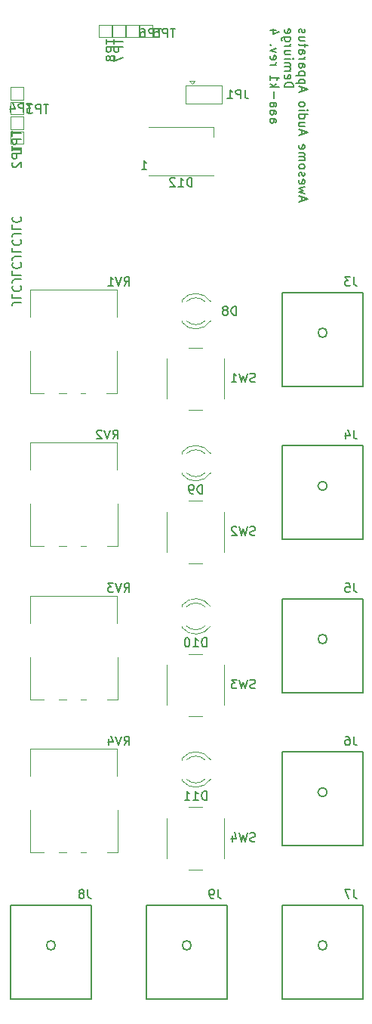
<source format=gbr>
G04 #@! TF.GenerationSoftware,KiCad,Pcbnew,6.0.4+dfsg-1+b1*
G04 #@! TF.CreationDate,2022-05-20T09:30:12+02:00*
G04 #@! TF.ProjectId,demiurge,64656d69-7572-4676-952e-6b696361645f,A*
G04 #@! TF.SameCoordinates,Original*
G04 #@! TF.FileFunction,Legend,Bot*
G04 #@! TF.FilePolarity,Positive*
%FSLAX46Y46*%
G04 Gerber Fmt 4.6, Leading zero omitted, Abs format (unit mm)*
G04 Created by KiCad (PCBNEW 6.0.4+dfsg-1+b1) date 2022-05-20 09:30:12*
%MOMM*%
%LPD*%
G01*
G04 APERTURE LIST*
%ADD10C,0.150000*%
%ADD11C,0.120000*%
G04 APERTURE END LIST*
D10*
X109393333Y-70961071D02*
X109393333Y-70484880D01*
X109107619Y-71056309D02*
X110107619Y-70722976D01*
X109107619Y-70389642D01*
X109774285Y-70151547D02*
X109107619Y-69961071D01*
X109583809Y-69770595D01*
X109107619Y-69580119D01*
X109774285Y-69389642D01*
X109155238Y-68627738D02*
X109107619Y-68722976D01*
X109107619Y-68913452D01*
X109155238Y-69008690D01*
X109250476Y-69056309D01*
X109631428Y-69056309D01*
X109726666Y-69008690D01*
X109774285Y-68913452D01*
X109774285Y-68722976D01*
X109726666Y-68627738D01*
X109631428Y-68580119D01*
X109536190Y-68580119D01*
X109440952Y-69056309D01*
X109155238Y-68199166D02*
X109107619Y-68103928D01*
X109107619Y-67913452D01*
X109155238Y-67818214D01*
X109250476Y-67770595D01*
X109298095Y-67770595D01*
X109393333Y-67818214D01*
X109440952Y-67913452D01*
X109440952Y-68056309D01*
X109488571Y-68151547D01*
X109583809Y-68199166D01*
X109631428Y-68199166D01*
X109726666Y-68151547D01*
X109774285Y-68056309D01*
X109774285Y-67913452D01*
X109726666Y-67818214D01*
X109107619Y-67199166D02*
X109155238Y-67294404D01*
X109202857Y-67342023D01*
X109298095Y-67389642D01*
X109583809Y-67389642D01*
X109679047Y-67342023D01*
X109726666Y-67294404D01*
X109774285Y-67199166D01*
X109774285Y-67056309D01*
X109726666Y-66961071D01*
X109679047Y-66913452D01*
X109583809Y-66865833D01*
X109298095Y-66865833D01*
X109202857Y-66913452D01*
X109155238Y-66961071D01*
X109107619Y-67056309D01*
X109107619Y-67199166D01*
X109107619Y-66437261D02*
X109774285Y-66437261D01*
X109679047Y-66437261D02*
X109726666Y-66389642D01*
X109774285Y-66294404D01*
X109774285Y-66151547D01*
X109726666Y-66056309D01*
X109631428Y-66008690D01*
X109107619Y-66008690D01*
X109631428Y-66008690D02*
X109726666Y-65961071D01*
X109774285Y-65865833D01*
X109774285Y-65722976D01*
X109726666Y-65627738D01*
X109631428Y-65580119D01*
X109107619Y-65580119D01*
X109155238Y-64722976D02*
X109107619Y-64818214D01*
X109107619Y-65008690D01*
X109155238Y-65103928D01*
X109250476Y-65151547D01*
X109631428Y-65151547D01*
X109726666Y-65103928D01*
X109774285Y-65008690D01*
X109774285Y-64818214D01*
X109726666Y-64722976D01*
X109631428Y-64675357D01*
X109536190Y-64675357D01*
X109440952Y-65151547D01*
X109393333Y-63532500D02*
X109393333Y-63056309D01*
X109107619Y-63627738D02*
X110107619Y-63294404D01*
X109107619Y-62961071D01*
X109774285Y-62199166D02*
X109107619Y-62199166D01*
X109774285Y-62627738D02*
X109250476Y-62627738D01*
X109155238Y-62580119D01*
X109107619Y-62484880D01*
X109107619Y-62342023D01*
X109155238Y-62246785D01*
X109202857Y-62199166D01*
X109107619Y-61294404D02*
X110107619Y-61294404D01*
X109155238Y-61294404D02*
X109107619Y-61389642D01*
X109107619Y-61580119D01*
X109155238Y-61675357D01*
X109202857Y-61722976D01*
X109298095Y-61770595D01*
X109583809Y-61770595D01*
X109679047Y-61722976D01*
X109726666Y-61675357D01*
X109774285Y-61580119D01*
X109774285Y-61389642D01*
X109726666Y-61294404D01*
X109107619Y-60818214D02*
X109774285Y-60818214D01*
X110107619Y-60818214D02*
X110060000Y-60865833D01*
X110012380Y-60818214D01*
X110060000Y-60770595D01*
X110107619Y-60818214D01*
X110012380Y-60818214D01*
X109107619Y-60199166D02*
X109155238Y-60294404D01*
X109202857Y-60342023D01*
X109298095Y-60389642D01*
X109583809Y-60389642D01*
X109679047Y-60342023D01*
X109726666Y-60294404D01*
X109774285Y-60199166D01*
X109774285Y-60056309D01*
X109726666Y-59961071D01*
X109679047Y-59913452D01*
X109583809Y-59865833D01*
X109298095Y-59865833D01*
X109202857Y-59913452D01*
X109155238Y-59961071D01*
X109107619Y-60056309D01*
X109107619Y-60199166D01*
X109393333Y-58722976D02*
X109393333Y-58246785D01*
X109107619Y-58818214D02*
X110107619Y-58484880D01*
X109107619Y-58151547D01*
X109774285Y-57818214D02*
X108774285Y-57818214D01*
X109726666Y-57818214D02*
X109774285Y-57722976D01*
X109774285Y-57532500D01*
X109726666Y-57437261D01*
X109679047Y-57389642D01*
X109583809Y-57342023D01*
X109298095Y-57342023D01*
X109202857Y-57389642D01*
X109155238Y-57437261D01*
X109107619Y-57532500D01*
X109107619Y-57722976D01*
X109155238Y-57818214D01*
X109774285Y-56913452D02*
X108774285Y-56913452D01*
X109726666Y-56913452D02*
X109774285Y-56818214D01*
X109774285Y-56627738D01*
X109726666Y-56532500D01*
X109679047Y-56484880D01*
X109583809Y-56437261D01*
X109298095Y-56437261D01*
X109202857Y-56484880D01*
X109155238Y-56532500D01*
X109107619Y-56627738D01*
X109107619Y-56818214D01*
X109155238Y-56913452D01*
X109107619Y-55580119D02*
X109631428Y-55580119D01*
X109726666Y-55627738D01*
X109774285Y-55722976D01*
X109774285Y-55913452D01*
X109726666Y-56008690D01*
X109155238Y-55580119D02*
X109107619Y-55675357D01*
X109107619Y-55913452D01*
X109155238Y-56008690D01*
X109250476Y-56056309D01*
X109345714Y-56056309D01*
X109440952Y-56008690D01*
X109488571Y-55913452D01*
X109488571Y-55675357D01*
X109536190Y-55580119D01*
X109107619Y-55103928D02*
X109774285Y-55103928D01*
X109583809Y-55103928D02*
X109679047Y-55056309D01*
X109726666Y-55008690D01*
X109774285Y-54913452D01*
X109774285Y-54818214D01*
X109107619Y-54056309D02*
X109631428Y-54056309D01*
X109726666Y-54103928D01*
X109774285Y-54199166D01*
X109774285Y-54389642D01*
X109726666Y-54484880D01*
X109155238Y-54056309D02*
X109107619Y-54151547D01*
X109107619Y-54389642D01*
X109155238Y-54484880D01*
X109250476Y-54532500D01*
X109345714Y-54532500D01*
X109440952Y-54484880D01*
X109488571Y-54389642D01*
X109488571Y-54151547D01*
X109536190Y-54056309D01*
X109774285Y-53722976D02*
X109774285Y-53342023D01*
X110107619Y-53580119D02*
X109250476Y-53580119D01*
X109155238Y-53532500D01*
X109107619Y-53437261D01*
X109107619Y-53342023D01*
X109774285Y-52580119D02*
X109107619Y-52580119D01*
X109774285Y-53008690D02*
X109250476Y-53008690D01*
X109155238Y-52961071D01*
X109107619Y-52865833D01*
X109107619Y-52722976D01*
X109155238Y-52627738D01*
X109202857Y-52580119D01*
X109155238Y-52151547D02*
X109107619Y-52056309D01*
X109107619Y-51865833D01*
X109155238Y-51770595D01*
X109250476Y-51722976D01*
X109298095Y-51722976D01*
X109393333Y-51770595D01*
X109440952Y-51865833D01*
X109440952Y-52008690D01*
X109488571Y-52103928D01*
X109583809Y-52151547D01*
X109631428Y-52151547D01*
X109726666Y-52103928D01*
X109774285Y-52008690D01*
X109774285Y-51865833D01*
X109726666Y-51770595D01*
X107497619Y-58246785D02*
X108497619Y-58246785D01*
X108497619Y-58008690D01*
X108450000Y-57865833D01*
X108354761Y-57770595D01*
X108259523Y-57722976D01*
X108069047Y-57675357D01*
X107926190Y-57675357D01*
X107735714Y-57722976D01*
X107640476Y-57770595D01*
X107545238Y-57865833D01*
X107497619Y-58008690D01*
X107497619Y-58246785D01*
X107545238Y-56865833D02*
X107497619Y-56961071D01*
X107497619Y-57151547D01*
X107545238Y-57246785D01*
X107640476Y-57294404D01*
X108021428Y-57294404D01*
X108116666Y-57246785D01*
X108164285Y-57151547D01*
X108164285Y-56961071D01*
X108116666Y-56865833D01*
X108021428Y-56818214D01*
X107926190Y-56818214D01*
X107830952Y-57294404D01*
X107497619Y-56389642D02*
X108164285Y-56389642D01*
X108069047Y-56389642D02*
X108116666Y-56342023D01*
X108164285Y-56246785D01*
X108164285Y-56103928D01*
X108116666Y-56008690D01*
X108021428Y-55961071D01*
X107497619Y-55961071D01*
X108021428Y-55961071D02*
X108116666Y-55913452D01*
X108164285Y-55818214D01*
X108164285Y-55675357D01*
X108116666Y-55580119D01*
X108021428Y-55532500D01*
X107497619Y-55532500D01*
X107497619Y-55056309D02*
X108164285Y-55056309D01*
X108497619Y-55056309D02*
X108450000Y-55103928D01*
X108402380Y-55056309D01*
X108450000Y-55008690D01*
X108497619Y-55056309D01*
X108402380Y-55056309D01*
X108164285Y-54151547D02*
X107497619Y-54151547D01*
X108164285Y-54580119D02*
X107640476Y-54580119D01*
X107545238Y-54532500D01*
X107497619Y-54437261D01*
X107497619Y-54294404D01*
X107545238Y-54199166D01*
X107592857Y-54151547D01*
X107497619Y-53675357D02*
X108164285Y-53675357D01*
X107973809Y-53675357D02*
X108069047Y-53627738D01*
X108116666Y-53580119D01*
X108164285Y-53484880D01*
X108164285Y-53389642D01*
X108164285Y-52627738D02*
X107354761Y-52627738D01*
X107259523Y-52675357D01*
X107211904Y-52722976D01*
X107164285Y-52818214D01*
X107164285Y-52961071D01*
X107211904Y-53056309D01*
X107545238Y-52627738D02*
X107497619Y-52722976D01*
X107497619Y-52913452D01*
X107545238Y-53008690D01*
X107592857Y-53056309D01*
X107688095Y-53103928D01*
X107973809Y-53103928D01*
X108069047Y-53056309D01*
X108116666Y-53008690D01*
X108164285Y-52913452D01*
X108164285Y-52722976D01*
X108116666Y-52627738D01*
X107545238Y-51770595D02*
X107497619Y-51865833D01*
X107497619Y-52056309D01*
X107545238Y-52151547D01*
X107640476Y-52199166D01*
X108021428Y-52199166D01*
X108116666Y-52151547D01*
X108164285Y-52056309D01*
X108164285Y-51865833D01*
X108116666Y-51770595D01*
X108021428Y-51722976D01*
X107926190Y-51722976D01*
X107830952Y-52199166D01*
X105887619Y-61770595D02*
X106411428Y-61770595D01*
X106506666Y-61818214D01*
X106554285Y-61913452D01*
X106554285Y-62103928D01*
X106506666Y-62199166D01*
X105935238Y-61770595D02*
X105887619Y-61865833D01*
X105887619Y-62103928D01*
X105935238Y-62199166D01*
X106030476Y-62246785D01*
X106125714Y-62246785D01*
X106220952Y-62199166D01*
X106268571Y-62103928D01*
X106268571Y-61865833D01*
X106316190Y-61770595D01*
X105887619Y-60865833D02*
X106411428Y-60865833D01*
X106506666Y-60913452D01*
X106554285Y-61008690D01*
X106554285Y-61199166D01*
X106506666Y-61294404D01*
X105935238Y-60865833D02*
X105887619Y-60961071D01*
X105887619Y-61199166D01*
X105935238Y-61294404D01*
X106030476Y-61342023D01*
X106125714Y-61342023D01*
X106220952Y-61294404D01*
X106268571Y-61199166D01*
X106268571Y-60961071D01*
X106316190Y-60865833D01*
X105887619Y-59961071D02*
X106411428Y-59961071D01*
X106506666Y-60008690D01*
X106554285Y-60103928D01*
X106554285Y-60294404D01*
X106506666Y-60389642D01*
X105935238Y-59961071D02*
X105887619Y-60056309D01*
X105887619Y-60294404D01*
X105935238Y-60389642D01*
X106030476Y-60437261D01*
X106125714Y-60437261D01*
X106220952Y-60389642D01*
X106268571Y-60294404D01*
X106268571Y-60056309D01*
X106316190Y-59961071D01*
X106268571Y-59484880D02*
X106268571Y-58722976D01*
X105887619Y-58246785D02*
X106887619Y-58246785D01*
X106268571Y-58151547D02*
X105887619Y-57865833D01*
X106554285Y-57865833D02*
X106173333Y-58246785D01*
X105887619Y-56913452D02*
X105887619Y-57484880D01*
X105887619Y-57199166D02*
X106887619Y-57199166D01*
X106744761Y-57294404D01*
X106649523Y-57389642D01*
X106601904Y-57484880D01*
X105887619Y-55722976D02*
X106554285Y-55722976D01*
X106363809Y-55722976D02*
X106459047Y-55675357D01*
X106506666Y-55627738D01*
X106554285Y-55532500D01*
X106554285Y-55437261D01*
X105935238Y-54722976D02*
X105887619Y-54818214D01*
X105887619Y-55008690D01*
X105935238Y-55103928D01*
X106030476Y-55151547D01*
X106411428Y-55151547D01*
X106506666Y-55103928D01*
X106554285Y-55008690D01*
X106554285Y-54818214D01*
X106506666Y-54722976D01*
X106411428Y-54675357D01*
X106316190Y-54675357D01*
X106220952Y-55151547D01*
X106554285Y-54342023D02*
X105887619Y-54103928D01*
X106554285Y-53865833D01*
X105982857Y-53484880D02*
X105935238Y-53437261D01*
X105887619Y-53484880D01*
X105935238Y-53532500D01*
X105982857Y-53484880D01*
X105887619Y-53484880D01*
X106554285Y-51818214D02*
X105887619Y-51818214D01*
X106935238Y-52056309D02*
X106220952Y-52294404D01*
X106220952Y-51675357D01*
X77947619Y-82319047D02*
X77233333Y-82319047D01*
X77090476Y-82366666D01*
X76995238Y-82461904D01*
X76947619Y-82604761D01*
X76947619Y-82700000D01*
X76947619Y-81366666D02*
X76947619Y-81842857D01*
X77947619Y-81842857D01*
X77042857Y-80461904D02*
X76995238Y-80509523D01*
X76947619Y-80652380D01*
X76947619Y-80747619D01*
X76995238Y-80890476D01*
X77090476Y-80985714D01*
X77185714Y-81033333D01*
X77376190Y-81080952D01*
X77519047Y-81080952D01*
X77709523Y-81033333D01*
X77804761Y-80985714D01*
X77900000Y-80890476D01*
X77947619Y-80747619D01*
X77947619Y-80652380D01*
X77900000Y-80509523D01*
X77852380Y-80461904D01*
X77947619Y-79747619D02*
X77233333Y-79747619D01*
X77090476Y-79795238D01*
X76995238Y-79890476D01*
X76947619Y-80033333D01*
X76947619Y-80128571D01*
X76947619Y-78795238D02*
X76947619Y-79271428D01*
X77947619Y-79271428D01*
X77042857Y-77890476D02*
X76995238Y-77938095D01*
X76947619Y-78080952D01*
X76947619Y-78176190D01*
X76995238Y-78319047D01*
X77090476Y-78414285D01*
X77185714Y-78461904D01*
X77376190Y-78509523D01*
X77519047Y-78509523D01*
X77709523Y-78461904D01*
X77804761Y-78414285D01*
X77900000Y-78319047D01*
X77947619Y-78176190D01*
X77947619Y-78080952D01*
X77900000Y-77938095D01*
X77852380Y-77890476D01*
X77947619Y-77176190D02*
X77233333Y-77176190D01*
X77090476Y-77223809D01*
X76995238Y-77319047D01*
X76947619Y-77461904D01*
X76947619Y-77557142D01*
X76947619Y-76223809D02*
X76947619Y-76700000D01*
X77947619Y-76700000D01*
X77042857Y-75319047D02*
X76995238Y-75366666D01*
X76947619Y-75509523D01*
X76947619Y-75604761D01*
X76995238Y-75747619D01*
X77090476Y-75842857D01*
X77185714Y-75890476D01*
X77376190Y-75938095D01*
X77519047Y-75938095D01*
X77709523Y-75890476D01*
X77804761Y-75842857D01*
X77900000Y-75747619D01*
X77947619Y-75604761D01*
X77947619Y-75509523D01*
X77900000Y-75366666D01*
X77852380Y-75319047D01*
X77947619Y-74604761D02*
X77233333Y-74604761D01*
X77090476Y-74652380D01*
X76995238Y-74747619D01*
X76947619Y-74890476D01*
X76947619Y-74985714D01*
X76947619Y-73652380D02*
X76947619Y-74128571D01*
X77947619Y-74128571D01*
X77042857Y-72747619D02*
X76995238Y-72795238D01*
X76947619Y-72938095D01*
X76947619Y-73033333D01*
X76995238Y-73176190D01*
X77090476Y-73271428D01*
X77185714Y-73319047D01*
X77376190Y-73366666D01*
X77519047Y-73366666D01*
X77709523Y-73319047D01*
X77804761Y-73271428D01*
X77900000Y-73176190D01*
X77947619Y-73033333D01*
X77947619Y-72938095D01*
X77900000Y-72795238D01*
X77852380Y-72747619D01*
X104203333Y-108354761D02*
X104060476Y-108402380D01*
X103822380Y-108402380D01*
X103727142Y-108354761D01*
X103679523Y-108307142D01*
X103631904Y-108211904D01*
X103631904Y-108116666D01*
X103679523Y-108021428D01*
X103727142Y-107973809D01*
X103822380Y-107926190D01*
X104012857Y-107878571D01*
X104108095Y-107830952D01*
X104155714Y-107783333D01*
X104203333Y-107688095D01*
X104203333Y-107592857D01*
X104155714Y-107497619D01*
X104108095Y-107450000D01*
X104012857Y-107402380D01*
X103774761Y-107402380D01*
X103631904Y-107450000D01*
X103298571Y-107402380D02*
X103060476Y-108402380D01*
X102870000Y-107688095D01*
X102679523Y-108402380D01*
X102441428Y-107402380D01*
X102108095Y-107497619D02*
X102060476Y-107450000D01*
X101965238Y-107402380D01*
X101727142Y-107402380D01*
X101631904Y-107450000D01*
X101584285Y-107497619D01*
X101536666Y-107592857D01*
X101536666Y-107688095D01*
X101584285Y-107830952D01*
X102155714Y-108402380D01*
X101536666Y-108402380D01*
X104203333Y-125499761D02*
X104060476Y-125547380D01*
X103822380Y-125547380D01*
X103727142Y-125499761D01*
X103679523Y-125452142D01*
X103631904Y-125356904D01*
X103631904Y-125261666D01*
X103679523Y-125166428D01*
X103727142Y-125118809D01*
X103822380Y-125071190D01*
X104012857Y-125023571D01*
X104108095Y-124975952D01*
X104155714Y-124928333D01*
X104203333Y-124833095D01*
X104203333Y-124737857D01*
X104155714Y-124642619D01*
X104108095Y-124595000D01*
X104012857Y-124547380D01*
X103774761Y-124547380D01*
X103631904Y-124595000D01*
X103298571Y-124547380D02*
X103060476Y-125547380D01*
X102870000Y-124833095D01*
X102679523Y-125547380D01*
X102441428Y-124547380D01*
X102155714Y-124547380D02*
X101536666Y-124547380D01*
X101870000Y-124928333D01*
X101727142Y-124928333D01*
X101631904Y-124975952D01*
X101584285Y-125023571D01*
X101536666Y-125118809D01*
X101536666Y-125356904D01*
X101584285Y-125452142D01*
X101631904Y-125499761D01*
X101727142Y-125547380D01*
X102012857Y-125547380D01*
X102108095Y-125499761D01*
X102155714Y-125452142D01*
X115268333Y-148042380D02*
X115268333Y-148756666D01*
X115315952Y-148899523D01*
X115411190Y-148994761D01*
X115554047Y-149042380D01*
X115649285Y-149042380D01*
X114887380Y-148042380D02*
X114220714Y-148042380D01*
X114649285Y-149042380D01*
X115268333Y-79462380D02*
X115268333Y-80176666D01*
X115315952Y-80319523D01*
X115411190Y-80414761D01*
X115554047Y-80462380D01*
X115649285Y-80462380D01*
X114887380Y-79462380D02*
X114268333Y-79462380D01*
X114601666Y-79843333D01*
X114458809Y-79843333D01*
X114363571Y-79890952D01*
X114315952Y-79938571D01*
X114268333Y-80033809D01*
X114268333Y-80271904D01*
X114315952Y-80367142D01*
X114363571Y-80414761D01*
X114458809Y-80462380D01*
X114744523Y-80462380D01*
X114839761Y-80414761D01*
X114887380Y-80367142D01*
X103068333Y-58507380D02*
X103068333Y-59221666D01*
X103115952Y-59364523D01*
X103211190Y-59459761D01*
X103354047Y-59507380D01*
X103449285Y-59507380D01*
X102592142Y-59507380D02*
X102592142Y-58507380D01*
X102211190Y-58507380D01*
X102115952Y-58555000D01*
X102068333Y-58602619D01*
X102020714Y-58697857D01*
X102020714Y-58840714D01*
X102068333Y-58935952D01*
X102115952Y-58983571D01*
X102211190Y-59031190D01*
X102592142Y-59031190D01*
X101068333Y-59507380D02*
X101639761Y-59507380D01*
X101354047Y-59507380D02*
X101354047Y-58507380D01*
X101449285Y-58650238D01*
X101544523Y-58745476D01*
X101639761Y-58793095D01*
X104203333Y-142644761D02*
X104060476Y-142692380D01*
X103822380Y-142692380D01*
X103727142Y-142644761D01*
X103679523Y-142597142D01*
X103631904Y-142501904D01*
X103631904Y-142406666D01*
X103679523Y-142311428D01*
X103727142Y-142263809D01*
X103822380Y-142216190D01*
X104012857Y-142168571D01*
X104108095Y-142120952D01*
X104155714Y-142073333D01*
X104203333Y-141978095D01*
X104203333Y-141882857D01*
X104155714Y-141787619D01*
X104108095Y-141740000D01*
X104012857Y-141692380D01*
X103774761Y-141692380D01*
X103631904Y-141740000D01*
X103298571Y-141692380D02*
X103060476Y-142692380D01*
X102870000Y-141978095D01*
X102679523Y-142692380D01*
X102441428Y-141692380D01*
X101631904Y-142025714D02*
X101631904Y-142692380D01*
X101870000Y-141644761D02*
X102108095Y-142359047D01*
X101489047Y-142359047D01*
X100028333Y-148042380D02*
X100028333Y-148756666D01*
X100075952Y-148899523D01*
X100171190Y-148994761D01*
X100314047Y-149042380D01*
X100409285Y-149042380D01*
X99504523Y-149042380D02*
X99314047Y-149042380D01*
X99218809Y-148994761D01*
X99171190Y-148947142D01*
X99075952Y-148804285D01*
X99028333Y-148613809D01*
X99028333Y-148232857D01*
X99075952Y-148137619D01*
X99123571Y-148090000D01*
X99218809Y-148042380D01*
X99409285Y-148042380D01*
X99504523Y-148090000D01*
X99552142Y-148137619D01*
X99599761Y-148232857D01*
X99599761Y-148470952D01*
X99552142Y-148566190D01*
X99504523Y-148613809D01*
X99409285Y-148661428D01*
X99218809Y-148661428D01*
X99123571Y-148613809D01*
X99075952Y-148566190D01*
X99028333Y-148470952D01*
X89495238Y-80462380D02*
X89828571Y-79986190D01*
X90066666Y-80462380D02*
X90066666Y-79462380D01*
X89685714Y-79462380D01*
X89590476Y-79510000D01*
X89542857Y-79557619D01*
X89495238Y-79652857D01*
X89495238Y-79795714D01*
X89542857Y-79890952D01*
X89590476Y-79938571D01*
X89685714Y-79986190D01*
X90066666Y-79986190D01*
X89209523Y-79462380D02*
X88876190Y-80462380D01*
X88542857Y-79462380D01*
X87685714Y-80462380D02*
X88257142Y-80462380D01*
X87971428Y-80462380D02*
X87971428Y-79462380D01*
X88066666Y-79605238D01*
X88161904Y-79700476D01*
X88257142Y-79748095D01*
X89495238Y-131897380D02*
X89828571Y-131421190D01*
X90066666Y-131897380D02*
X90066666Y-130897380D01*
X89685714Y-130897380D01*
X89590476Y-130945000D01*
X89542857Y-130992619D01*
X89495238Y-131087857D01*
X89495238Y-131230714D01*
X89542857Y-131325952D01*
X89590476Y-131373571D01*
X89685714Y-131421190D01*
X90066666Y-131421190D01*
X89209523Y-130897380D02*
X88876190Y-131897380D01*
X88542857Y-130897380D01*
X87780952Y-131230714D02*
X87780952Y-131897380D01*
X88019047Y-130849761D02*
X88257142Y-131564047D01*
X87638095Y-131564047D01*
X115268333Y-130897380D02*
X115268333Y-131611666D01*
X115315952Y-131754523D01*
X115411190Y-131849761D01*
X115554047Y-131897380D01*
X115649285Y-131897380D01*
X114363571Y-130897380D02*
X114554047Y-130897380D01*
X114649285Y-130945000D01*
X114696904Y-130992619D01*
X114792142Y-131135476D01*
X114839761Y-131325952D01*
X114839761Y-131706904D01*
X114792142Y-131802142D01*
X114744523Y-131849761D01*
X114649285Y-131897380D01*
X114458809Y-131897380D01*
X114363571Y-131849761D01*
X114315952Y-131802142D01*
X114268333Y-131706904D01*
X114268333Y-131468809D01*
X114315952Y-131373571D01*
X114363571Y-131325952D01*
X114458809Y-131278333D01*
X114649285Y-131278333D01*
X114744523Y-131325952D01*
X114792142Y-131373571D01*
X114839761Y-131468809D01*
X115268333Y-113752380D02*
X115268333Y-114466666D01*
X115315952Y-114609523D01*
X115411190Y-114704761D01*
X115554047Y-114752380D01*
X115649285Y-114752380D01*
X114315952Y-113752380D02*
X114792142Y-113752380D01*
X114839761Y-114228571D01*
X114792142Y-114180952D01*
X114696904Y-114133333D01*
X114458809Y-114133333D01*
X114363571Y-114180952D01*
X114315952Y-114228571D01*
X114268333Y-114323809D01*
X114268333Y-114561904D01*
X114315952Y-114657142D01*
X114363571Y-114704761D01*
X114458809Y-114752380D01*
X114696904Y-114752380D01*
X114792142Y-114704761D01*
X114839761Y-114657142D01*
X115268333Y-96607380D02*
X115268333Y-97321666D01*
X115315952Y-97464523D01*
X115411190Y-97559761D01*
X115554047Y-97607380D01*
X115649285Y-97607380D01*
X114363571Y-96940714D02*
X114363571Y-97607380D01*
X114601666Y-96559761D02*
X114839761Y-97274047D01*
X114220714Y-97274047D01*
X88225238Y-97607380D02*
X88558571Y-97131190D01*
X88796666Y-97607380D02*
X88796666Y-96607380D01*
X88415714Y-96607380D01*
X88320476Y-96655000D01*
X88272857Y-96702619D01*
X88225238Y-96797857D01*
X88225238Y-96940714D01*
X88272857Y-97035952D01*
X88320476Y-97083571D01*
X88415714Y-97131190D01*
X88796666Y-97131190D01*
X87939523Y-96607380D02*
X87606190Y-97607380D01*
X87272857Y-96607380D01*
X86987142Y-96702619D02*
X86939523Y-96655000D01*
X86844285Y-96607380D01*
X86606190Y-96607380D01*
X86510952Y-96655000D01*
X86463333Y-96702619D01*
X86415714Y-96797857D01*
X86415714Y-96893095D01*
X86463333Y-97035952D01*
X87034761Y-97607380D01*
X86415714Y-97607380D01*
X102079095Y-83764380D02*
X102079095Y-82764380D01*
X101841000Y-82764380D01*
X101698142Y-82812000D01*
X101602904Y-82907238D01*
X101555285Y-83002476D01*
X101507666Y-83192952D01*
X101507666Y-83335809D01*
X101555285Y-83526285D01*
X101602904Y-83621523D01*
X101698142Y-83716761D01*
X101841000Y-83764380D01*
X102079095Y-83764380D01*
X100936238Y-83192952D02*
X101031476Y-83145333D01*
X101079095Y-83097714D01*
X101126714Y-83002476D01*
X101126714Y-82954857D01*
X101079095Y-82859619D01*
X101031476Y-82812000D01*
X100936238Y-82764380D01*
X100745761Y-82764380D01*
X100650523Y-82812000D01*
X100602904Y-82859619D01*
X100555285Y-82954857D01*
X100555285Y-83002476D01*
X100602904Y-83097714D01*
X100650523Y-83145333D01*
X100745761Y-83192952D01*
X100936238Y-83192952D01*
X101031476Y-83240571D01*
X101079095Y-83288190D01*
X101126714Y-83383428D01*
X101126714Y-83573904D01*
X101079095Y-83669142D01*
X101031476Y-83716761D01*
X100936238Y-83764380D01*
X100745761Y-83764380D01*
X100650523Y-83716761D01*
X100602904Y-83669142D01*
X100555285Y-83573904D01*
X100555285Y-83383428D01*
X100602904Y-83288190D01*
X100650523Y-83240571D01*
X100745761Y-83192952D01*
X89495238Y-114752380D02*
X89828571Y-114276190D01*
X90066666Y-114752380D02*
X90066666Y-113752380D01*
X89685714Y-113752380D01*
X89590476Y-113800000D01*
X89542857Y-113847619D01*
X89495238Y-113942857D01*
X89495238Y-114085714D01*
X89542857Y-114180952D01*
X89590476Y-114228571D01*
X89685714Y-114276190D01*
X90066666Y-114276190D01*
X89209523Y-113752380D02*
X88876190Y-114752380D01*
X88542857Y-113752380D01*
X88304761Y-113752380D02*
X87685714Y-113752380D01*
X88019047Y-114133333D01*
X87876190Y-114133333D01*
X87780952Y-114180952D01*
X87733333Y-114228571D01*
X87685714Y-114323809D01*
X87685714Y-114561904D01*
X87733333Y-114657142D01*
X87780952Y-114704761D01*
X87876190Y-114752380D01*
X88161904Y-114752380D01*
X88257142Y-114704761D01*
X88304761Y-114657142D01*
X104203333Y-91209761D02*
X104060476Y-91257380D01*
X103822380Y-91257380D01*
X103727142Y-91209761D01*
X103679523Y-91162142D01*
X103631904Y-91066904D01*
X103631904Y-90971666D01*
X103679523Y-90876428D01*
X103727142Y-90828809D01*
X103822380Y-90781190D01*
X104012857Y-90733571D01*
X104108095Y-90685952D01*
X104155714Y-90638333D01*
X104203333Y-90543095D01*
X104203333Y-90447857D01*
X104155714Y-90352619D01*
X104108095Y-90305000D01*
X104012857Y-90257380D01*
X103774761Y-90257380D01*
X103631904Y-90305000D01*
X103298571Y-90257380D02*
X103060476Y-91257380D01*
X102870000Y-90543095D01*
X102679523Y-91257380D01*
X102441428Y-90257380D01*
X101536666Y-91257380D02*
X102108095Y-91257380D01*
X101822380Y-91257380D02*
X101822380Y-90257380D01*
X101917619Y-90400238D01*
X102012857Y-90495476D01*
X102108095Y-90543095D01*
X85423333Y-148042380D02*
X85423333Y-148756666D01*
X85470952Y-148899523D01*
X85566190Y-148994761D01*
X85709047Y-149042380D01*
X85804285Y-149042380D01*
X84804285Y-148470952D02*
X84899523Y-148423333D01*
X84947142Y-148375714D01*
X84994761Y-148280476D01*
X84994761Y-148232857D01*
X84947142Y-148137619D01*
X84899523Y-148090000D01*
X84804285Y-148042380D01*
X84613809Y-148042380D01*
X84518571Y-148090000D01*
X84470952Y-148137619D01*
X84423333Y-148232857D01*
X84423333Y-148280476D01*
X84470952Y-148375714D01*
X84518571Y-148423333D01*
X84613809Y-148470952D01*
X84804285Y-148470952D01*
X84899523Y-148518571D01*
X84947142Y-148566190D01*
X84994761Y-148661428D01*
X84994761Y-148851904D01*
X84947142Y-148947142D01*
X84899523Y-148994761D01*
X84804285Y-149042380D01*
X84613809Y-149042380D01*
X84518571Y-148994761D01*
X84470952Y-148947142D01*
X84423333Y-148851904D01*
X84423333Y-148661428D01*
X84470952Y-148566190D01*
X84518571Y-148518571D01*
X84613809Y-148470952D01*
X76922380Y-63127095D02*
X76922380Y-63698523D01*
X77922380Y-63412809D02*
X76922380Y-63412809D01*
X77922380Y-64031857D02*
X76922380Y-64031857D01*
X76922380Y-64412809D01*
X76970000Y-64508047D01*
X77017619Y-64555666D01*
X77112857Y-64603285D01*
X77255714Y-64603285D01*
X77350952Y-64555666D01*
X77398571Y-64508047D01*
X77446190Y-64412809D01*
X77446190Y-64031857D01*
X77922380Y-65555666D02*
X77922380Y-64984238D01*
X77922380Y-65269952D02*
X76922380Y-65269952D01*
X77065238Y-65174714D01*
X77160476Y-65079476D01*
X77208095Y-64984238D01*
X93717904Y-51649380D02*
X93146476Y-51649380D01*
X93432190Y-52649380D02*
X93432190Y-51649380D01*
X92813142Y-52649380D02*
X92813142Y-51649380D01*
X92432190Y-51649380D01*
X92336952Y-51697000D01*
X92289333Y-51744619D01*
X92241714Y-51839857D01*
X92241714Y-51982714D01*
X92289333Y-52077952D01*
X92336952Y-52125571D01*
X92432190Y-52173190D01*
X92813142Y-52173190D01*
X91384571Y-51649380D02*
X91575047Y-51649380D01*
X91670285Y-51697000D01*
X91717904Y-51744619D01*
X91813142Y-51887476D01*
X91860761Y-52077952D01*
X91860761Y-52458904D01*
X91813142Y-52554142D01*
X91765523Y-52601761D01*
X91670285Y-52649380D01*
X91479809Y-52649380D01*
X91384571Y-52601761D01*
X91336952Y-52554142D01*
X91289333Y-52458904D01*
X91289333Y-52220809D01*
X91336952Y-52125571D01*
X91384571Y-52077952D01*
X91479809Y-52030333D01*
X91670285Y-52030333D01*
X91765523Y-52077952D01*
X91813142Y-52125571D01*
X91860761Y-52220809D01*
X87463380Y-52840095D02*
X87463380Y-53411523D01*
X88463380Y-53125809D02*
X87463380Y-53125809D01*
X88463380Y-53744857D02*
X87463380Y-53744857D01*
X87463380Y-54125809D01*
X87511000Y-54221047D01*
X87558619Y-54268666D01*
X87653857Y-54316285D01*
X87796714Y-54316285D01*
X87891952Y-54268666D01*
X87939571Y-54221047D01*
X87987190Y-54125809D01*
X87987190Y-53744857D01*
X87891952Y-54887714D02*
X87844333Y-54792476D01*
X87796714Y-54744857D01*
X87701476Y-54697238D01*
X87653857Y-54697238D01*
X87558619Y-54744857D01*
X87511000Y-54792476D01*
X87463380Y-54887714D01*
X87463380Y-55078190D01*
X87511000Y-55173428D01*
X87558619Y-55221047D01*
X87653857Y-55268666D01*
X87701476Y-55268666D01*
X87796714Y-55221047D01*
X87844333Y-55173428D01*
X87891952Y-55078190D01*
X87891952Y-54887714D01*
X87939571Y-54792476D01*
X87987190Y-54744857D01*
X88082428Y-54697238D01*
X88272904Y-54697238D01*
X88368142Y-54744857D01*
X88415761Y-54792476D01*
X88463380Y-54887714D01*
X88463380Y-55078190D01*
X88415761Y-55173428D01*
X88368142Y-55221047D01*
X88272904Y-55268666D01*
X88082428Y-55268666D01*
X87987190Y-55221047D01*
X87939571Y-55173428D01*
X87891952Y-55078190D01*
X76922380Y-64778095D02*
X76922380Y-65349523D01*
X77922380Y-65063809D02*
X76922380Y-65063809D01*
X77922380Y-65682857D02*
X76922380Y-65682857D01*
X76922380Y-66063809D01*
X76970000Y-66159047D01*
X77017619Y-66206666D01*
X77112857Y-66254285D01*
X77255714Y-66254285D01*
X77350952Y-66206666D01*
X77398571Y-66159047D01*
X77446190Y-66063809D01*
X77446190Y-65682857D01*
X77017619Y-66635238D02*
X76970000Y-66682857D01*
X76922380Y-66778095D01*
X76922380Y-67016190D01*
X76970000Y-67111428D01*
X77017619Y-67159047D01*
X77112857Y-67206666D01*
X77208095Y-67206666D01*
X77350952Y-67159047D01*
X77922380Y-66587619D01*
X77922380Y-67206666D01*
X79112904Y-60031380D02*
X78541476Y-60031380D01*
X78827190Y-61031380D02*
X78827190Y-60031380D01*
X78208142Y-61031380D02*
X78208142Y-60031380D01*
X77827190Y-60031380D01*
X77731952Y-60079000D01*
X77684333Y-60126619D01*
X77636714Y-60221857D01*
X77636714Y-60364714D01*
X77684333Y-60459952D01*
X77731952Y-60507571D01*
X77827190Y-60555190D01*
X78208142Y-60555190D01*
X76779571Y-60364714D02*
X76779571Y-61031380D01*
X77017666Y-59983761D02*
X77255761Y-60698047D01*
X76636714Y-60698047D01*
X95241904Y-51649380D02*
X94670476Y-51649380D01*
X94956190Y-52649380D02*
X94956190Y-51649380D01*
X94337142Y-52649380D02*
X94337142Y-51649380D01*
X93956190Y-51649380D01*
X93860952Y-51697000D01*
X93813333Y-51744619D01*
X93765714Y-51839857D01*
X93765714Y-51982714D01*
X93813333Y-52077952D01*
X93860952Y-52125571D01*
X93956190Y-52173190D01*
X94337142Y-52173190D01*
X92860952Y-51649380D02*
X93337142Y-51649380D01*
X93384761Y-52125571D01*
X93337142Y-52077952D01*
X93241904Y-52030333D01*
X93003809Y-52030333D01*
X92908571Y-52077952D01*
X92860952Y-52125571D01*
X92813333Y-52220809D01*
X92813333Y-52458904D01*
X92860952Y-52554142D01*
X92908571Y-52601761D01*
X93003809Y-52649380D01*
X93241904Y-52649380D01*
X93337142Y-52601761D01*
X93384761Y-52554142D01*
X81017904Y-60158380D02*
X80446476Y-60158380D01*
X80732190Y-61158380D02*
X80732190Y-60158380D01*
X80113142Y-61158380D02*
X80113142Y-60158380D01*
X79732190Y-60158380D01*
X79636952Y-60206000D01*
X79589333Y-60253619D01*
X79541714Y-60348857D01*
X79541714Y-60491714D01*
X79589333Y-60586952D01*
X79636952Y-60634571D01*
X79732190Y-60682190D01*
X80113142Y-60682190D01*
X79208380Y-60158380D02*
X78589333Y-60158380D01*
X78922666Y-60539333D01*
X78779809Y-60539333D01*
X78684571Y-60586952D01*
X78636952Y-60634571D01*
X78589333Y-60729809D01*
X78589333Y-60967904D01*
X78636952Y-61063142D01*
X78684571Y-61110761D01*
X78779809Y-61158380D01*
X79065523Y-61158380D01*
X79160761Y-61110761D01*
X79208380Y-61063142D01*
X98269095Y-103742380D02*
X98269095Y-102742380D01*
X98031000Y-102742380D01*
X97888142Y-102790000D01*
X97792904Y-102885238D01*
X97745285Y-102980476D01*
X97697666Y-103170952D01*
X97697666Y-103313809D01*
X97745285Y-103504285D01*
X97792904Y-103599523D01*
X97888142Y-103694761D01*
X98031000Y-103742380D01*
X98269095Y-103742380D01*
X97221476Y-103742380D02*
X97031000Y-103742380D01*
X96935761Y-103694761D01*
X96888142Y-103647142D01*
X96792904Y-103504285D01*
X96745285Y-103313809D01*
X96745285Y-102932857D01*
X96792904Y-102837619D01*
X96840523Y-102790000D01*
X96935761Y-102742380D01*
X97126238Y-102742380D01*
X97221476Y-102790000D01*
X97269095Y-102837619D01*
X97316714Y-102932857D01*
X97316714Y-103170952D01*
X97269095Y-103266190D01*
X97221476Y-103313809D01*
X97126238Y-103361428D01*
X96935761Y-103361428D01*
X96840523Y-103313809D01*
X96792904Y-103266190D01*
X96745285Y-103170952D01*
X98750285Y-138032380D02*
X98750285Y-137032380D01*
X98512190Y-137032380D01*
X98369333Y-137080000D01*
X98274095Y-137175238D01*
X98226476Y-137270476D01*
X98178857Y-137460952D01*
X98178857Y-137603809D01*
X98226476Y-137794285D01*
X98274095Y-137889523D01*
X98369333Y-137984761D01*
X98512190Y-138032380D01*
X98750285Y-138032380D01*
X97226476Y-138032380D02*
X97797904Y-138032380D01*
X97512190Y-138032380D02*
X97512190Y-137032380D01*
X97607428Y-137175238D01*
X97702666Y-137270476D01*
X97797904Y-137318095D01*
X96274095Y-138032380D02*
X96845523Y-138032380D01*
X96559809Y-138032380D02*
X96559809Y-137032380D01*
X96655047Y-137175238D01*
X96750285Y-137270476D01*
X96845523Y-137318095D01*
X98745285Y-120887380D02*
X98745285Y-119887380D01*
X98507190Y-119887380D01*
X98364333Y-119935000D01*
X98269095Y-120030238D01*
X98221476Y-120125476D01*
X98173857Y-120315952D01*
X98173857Y-120458809D01*
X98221476Y-120649285D01*
X98269095Y-120744523D01*
X98364333Y-120839761D01*
X98507190Y-120887380D01*
X98745285Y-120887380D01*
X97221476Y-120887380D02*
X97792904Y-120887380D01*
X97507190Y-120887380D02*
X97507190Y-119887380D01*
X97602428Y-120030238D01*
X97697666Y-120125476D01*
X97792904Y-120173095D01*
X96602428Y-119887380D02*
X96507190Y-119887380D01*
X96411952Y-119935000D01*
X96364333Y-119982619D01*
X96316714Y-120077857D01*
X96269095Y-120268333D01*
X96269095Y-120506428D01*
X96316714Y-120696904D01*
X96364333Y-120792142D01*
X96411952Y-120839761D01*
X96507190Y-120887380D01*
X96602428Y-120887380D01*
X96697666Y-120839761D01*
X96745285Y-120792142D01*
X96792904Y-120696904D01*
X96840523Y-120506428D01*
X96840523Y-120268333D01*
X96792904Y-120077857D01*
X96745285Y-119982619D01*
X96697666Y-119935000D01*
X96602428Y-119887380D01*
X97099285Y-69357380D02*
X97099285Y-68357380D01*
X96861190Y-68357380D01*
X96718333Y-68405000D01*
X96623095Y-68500238D01*
X96575476Y-68595476D01*
X96527857Y-68785952D01*
X96527857Y-68928809D01*
X96575476Y-69119285D01*
X96623095Y-69214523D01*
X96718333Y-69309761D01*
X96861190Y-69357380D01*
X97099285Y-69357380D01*
X95575476Y-69357380D02*
X96146904Y-69357380D01*
X95861190Y-69357380D02*
X95861190Y-68357380D01*
X95956428Y-68500238D01*
X96051666Y-68595476D01*
X96146904Y-68643095D01*
X95194523Y-68452619D02*
X95146904Y-68405000D01*
X95051666Y-68357380D01*
X94813571Y-68357380D01*
X94718333Y-68405000D01*
X94670714Y-68452619D01*
X94623095Y-68547857D01*
X94623095Y-68643095D01*
X94670714Y-68785952D01*
X95242142Y-69357380D01*
X94623095Y-69357380D01*
X91449285Y-67457380D02*
X92020714Y-67457380D01*
X91735000Y-67457380D02*
X91735000Y-66457380D01*
X91830238Y-66600238D01*
X91925476Y-66695476D01*
X92020714Y-66743095D01*
X88352380Y-52840095D02*
X88352380Y-53411523D01*
X89352380Y-53125809D02*
X88352380Y-53125809D01*
X89352380Y-53744857D02*
X88352380Y-53744857D01*
X88352380Y-54125809D01*
X88400000Y-54221047D01*
X88447619Y-54268666D01*
X88542857Y-54316285D01*
X88685714Y-54316285D01*
X88780952Y-54268666D01*
X88828571Y-54221047D01*
X88876190Y-54125809D01*
X88876190Y-53744857D01*
X88352380Y-54649619D02*
X88352380Y-55316285D01*
X89352380Y-54887714D01*
D11*
X100750000Y-105775000D02*
X100750000Y-110275000D01*
X98250000Y-111525000D02*
X96750000Y-111525000D01*
X94250000Y-110275000D02*
X94250000Y-105775000D01*
X96750000Y-104525000D02*
X98250000Y-104525000D01*
X94250000Y-127420000D02*
X94250000Y-122920000D01*
X98250000Y-128670000D02*
X96750000Y-128670000D01*
X100750000Y-122920000D02*
X100750000Y-127420000D01*
X96750000Y-121670000D02*
X98250000Y-121670000D01*
D10*
X116260000Y-160305000D02*
X116260000Y-149805000D01*
X107260000Y-149805000D02*
X107260000Y-160305000D01*
X116260000Y-149805000D02*
X107260000Y-149805000D01*
X107260000Y-160305000D02*
X116260000Y-160305000D01*
X112268000Y-154305000D02*
G75*
G03*
X112268000Y-154305000I-508000J0D01*
G01*
X116260000Y-91725000D02*
X116260000Y-81225000D01*
X107260000Y-91725000D02*
X116260000Y-91725000D01*
X107260000Y-81225000D02*
X107260000Y-91725000D01*
X116260000Y-81225000D02*
X107260000Y-81225000D01*
X112268000Y-85725000D02*
G75*
G03*
X112268000Y-85725000I-508000J0D01*
G01*
D11*
X96375000Y-60055000D02*
X100475000Y-60055000D01*
X97125000Y-57855000D02*
X96825000Y-57555000D01*
X96375000Y-58055000D02*
X96375000Y-60055000D01*
X100475000Y-58055000D02*
X96375000Y-58055000D01*
X100475000Y-60055000D02*
X100475000Y-58055000D01*
X96825000Y-57555000D02*
X97425000Y-57555000D01*
X97125000Y-57855000D02*
X97425000Y-57555000D01*
X98250000Y-145815000D02*
X96750000Y-145815000D01*
X96750000Y-138815000D02*
X98250000Y-138815000D01*
X94250000Y-144565000D02*
X94250000Y-140065000D01*
X100750000Y-140065000D02*
X100750000Y-144565000D01*
D10*
X101020000Y-160305000D02*
X101020000Y-149805000D01*
X101020000Y-149805000D02*
X92020000Y-149805000D01*
X92020000Y-160305000D02*
X101020000Y-160305000D01*
X92020000Y-149805000D02*
X92020000Y-160305000D01*
X97028000Y-154305000D02*
G75*
G03*
X97028000Y-154305000I-508000J0D01*
G01*
D11*
X78976000Y-92465000D02*
X78976000Y-87745000D01*
X84636000Y-92465000D02*
X85166000Y-92465000D01*
X78976000Y-83935000D02*
X78976000Y-80875000D01*
X88716000Y-83935000D02*
X88716000Y-80875000D01*
X78976000Y-80875000D02*
X88716000Y-80875000D01*
X87536000Y-92465000D02*
X88716000Y-92465000D01*
X88726000Y-92465000D02*
X88726000Y-87745000D01*
X82186000Y-92465000D02*
X83016000Y-92465000D01*
X78976000Y-92465000D02*
X80466000Y-92465000D01*
X78990000Y-135370000D02*
X78990000Y-132310000D01*
X84650000Y-143900000D02*
X85180000Y-143900000D01*
X82200000Y-143900000D02*
X83030000Y-143900000D01*
X78990000Y-143900000D02*
X80480000Y-143900000D01*
X88740000Y-143900000D02*
X88740000Y-139180000D01*
X88730000Y-135370000D02*
X88730000Y-132310000D01*
X87550000Y-143900000D02*
X88730000Y-143900000D01*
X78990000Y-143900000D02*
X78990000Y-139180000D01*
X78990000Y-132310000D02*
X88730000Y-132310000D01*
D10*
X116260000Y-132660000D02*
X107260000Y-132660000D01*
X107260000Y-143160000D02*
X116260000Y-143160000D01*
X107260000Y-132660000D02*
X107260000Y-143160000D01*
X116260000Y-143160000D02*
X116260000Y-132660000D01*
X112268000Y-137160000D02*
G75*
G03*
X112268000Y-137160000I-508000J0D01*
G01*
X107260000Y-126015000D02*
X116260000Y-126015000D01*
X116260000Y-126015000D02*
X116260000Y-115515000D01*
X116260000Y-115515000D02*
X107260000Y-115515000D01*
X107260000Y-115515000D02*
X107260000Y-126015000D01*
X112268000Y-120015000D02*
G75*
G03*
X112268000Y-120015000I-508000J0D01*
G01*
X116260000Y-108870000D02*
X116260000Y-98370000D01*
X107260000Y-108870000D02*
X116260000Y-108870000D01*
X107260000Y-98370000D02*
X107260000Y-108870000D01*
X116260000Y-98370000D02*
X107260000Y-98370000D01*
X112268000Y-102870000D02*
G75*
G03*
X112268000Y-102870000I-508000J0D01*
G01*
D11*
X78990000Y-98020000D02*
X88730000Y-98020000D01*
X88740000Y-109610000D02*
X88740000Y-104890000D01*
X87550000Y-109610000D02*
X88730000Y-109610000D01*
X78990000Y-101080000D02*
X78990000Y-98020000D01*
X88730000Y-101080000D02*
X88730000Y-98020000D01*
X84650000Y-109610000D02*
X85180000Y-109610000D01*
X82200000Y-109610000D02*
X83030000Y-109610000D01*
X78990000Y-109610000D02*
X78990000Y-104890000D01*
X78990000Y-109610000D02*
X80480000Y-109610000D01*
X95971000Y-84548000D02*
X95971000Y-84392000D01*
X95971000Y-82232000D02*
X95971000Y-82076000D01*
X95971000Y-84547516D02*
G75*
G03*
X99203335Y-84390608I1560000J1235516D01*
G01*
X99203335Y-82233392D02*
G75*
G03*
X95971000Y-82076484I-1672335J-1078608D01*
G01*
X96490039Y-84392000D02*
G75*
G03*
X98572130Y-84391837I1040961J1080000D01*
G01*
X98572130Y-82232163D02*
G75*
G03*
X96490039Y-82232000I-1041130J-1079837D01*
G01*
X78990000Y-115165000D02*
X88730000Y-115165000D01*
X78990000Y-126755000D02*
X80480000Y-126755000D01*
X78990000Y-118225000D02*
X78990000Y-115165000D01*
X88730000Y-118225000D02*
X88730000Y-115165000D01*
X88740000Y-126755000D02*
X88740000Y-122035000D01*
X84650000Y-126755000D02*
X85180000Y-126755000D01*
X87550000Y-126755000D02*
X88730000Y-126755000D01*
X82200000Y-126755000D02*
X83030000Y-126755000D01*
X78990000Y-126755000D02*
X78990000Y-122035000D01*
X98250000Y-94380000D02*
X96750000Y-94380000D01*
X100750000Y-88630000D02*
X100750000Y-93130000D01*
X94250000Y-93130000D02*
X94250000Y-88630000D01*
X96750000Y-87380000D02*
X98250000Y-87380000D01*
D10*
X85780000Y-160305000D02*
X85780000Y-149805000D01*
X76780000Y-160305000D02*
X85780000Y-160305000D01*
X76780000Y-149805000D02*
X76780000Y-160305000D01*
X85780000Y-149805000D02*
X76780000Y-149805000D01*
X81788000Y-154305000D02*
G75*
G03*
X81788000Y-154305000I-508000J0D01*
G01*
D11*
X76770000Y-61530000D02*
X76770000Y-62930000D01*
X78170000Y-61530000D02*
X76770000Y-61530000D01*
X76770000Y-62930000D02*
X78170000Y-62930000D01*
X78170000Y-62930000D02*
X78170000Y-61530000D01*
X91124000Y-52643000D02*
X91124000Y-51243000D01*
X89724000Y-52643000D02*
X91124000Y-52643000D01*
X89724000Y-51243000D02*
X89724000Y-52643000D01*
X91124000Y-51243000D02*
X89724000Y-51243000D01*
X86676000Y-52643000D02*
X88076000Y-52643000D01*
X86676000Y-51243000D02*
X86676000Y-52643000D01*
X88076000Y-51243000D02*
X86676000Y-51243000D01*
X88076000Y-52643000D02*
X88076000Y-51243000D01*
X76770000Y-64581000D02*
X78170000Y-64581000D01*
X78170000Y-64581000D02*
X78170000Y-63181000D01*
X76770000Y-63181000D02*
X76770000Y-64581000D01*
X78170000Y-63181000D02*
X76770000Y-63181000D01*
X76770000Y-58228000D02*
X76770000Y-59628000D01*
X76770000Y-59628000D02*
X78170000Y-59628000D01*
X78170000Y-58228000D02*
X76770000Y-58228000D01*
X78170000Y-59628000D02*
X78170000Y-58228000D01*
X92648000Y-52643000D02*
X92648000Y-51243000D01*
X91248000Y-51243000D02*
X91248000Y-52643000D01*
X91248000Y-52643000D02*
X92648000Y-52643000D01*
X92648000Y-51243000D02*
X91248000Y-51243000D01*
X76770000Y-59879000D02*
X76770000Y-61279000D01*
X78170000Y-59879000D02*
X76770000Y-59879000D01*
X76770000Y-61279000D02*
X78170000Y-61279000D01*
X78170000Y-61279000D02*
X78170000Y-59879000D01*
X95971000Y-101566000D02*
X95971000Y-101410000D01*
X95971000Y-99250000D02*
X95971000Y-99094000D01*
X98572130Y-99250163D02*
G75*
G03*
X96490039Y-99250000I-1041130J-1079837D01*
G01*
X95971000Y-101565516D02*
G75*
G03*
X99203335Y-101408608I1560000J1235516D01*
G01*
X99203335Y-99251392D02*
G75*
G03*
X95971000Y-99094484I-1672335J-1078608D01*
G01*
X96490039Y-101410000D02*
G75*
G03*
X98572130Y-101409837I1040961J1080000D01*
G01*
X95976000Y-133540000D02*
X95976000Y-133384000D01*
X95976000Y-135856000D02*
X95976000Y-135700000D01*
X98577130Y-133540163D02*
G75*
G03*
X96495039Y-133540000I-1041130J-1079837D01*
G01*
X99208335Y-133541392D02*
G75*
G03*
X95976000Y-133384484I-1672335J-1078608D01*
G01*
X95976000Y-135855516D02*
G75*
G03*
X99208335Y-135698608I1560000J1235516D01*
G01*
X96495039Y-135700000D02*
G75*
G03*
X98577130Y-135699837I1040961J1080000D01*
G01*
X95971000Y-118711000D02*
X95971000Y-118555000D01*
X95971000Y-116395000D02*
X95971000Y-116239000D01*
X99203335Y-116396392D02*
G75*
G03*
X95971000Y-116239484I-1672335J-1078608D01*
G01*
X98572130Y-116395163D02*
G75*
G03*
X96490039Y-116395000I-1041130J-1079837D01*
G01*
X95971000Y-118710516D02*
G75*
G03*
X99203335Y-118553608I1560000J1235516D01*
G01*
X96490039Y-118555000D02*
G75*
G03*
X98572130Y-118554837I1040961J1080000D01*
G01*
X92235000Y-68155000D02*
X99535000Y-68155000D01*
X99535000Y-62655000D02*
X99535000Y-63805000D01*
X92235000Y-62655000D02*
X99535000Y-62655000D01*
X88200000Y-51243000D02*
X88200000Y-52643000D01*
X89600000Y-51243000D02*
X88200000Y-51243000D01*
X88200000Y-52643000D02*
X89600000Y-52643000D01*
X89600000Y-52643000D02*
X89600000Y-51243000D01*
M02*

</source>
